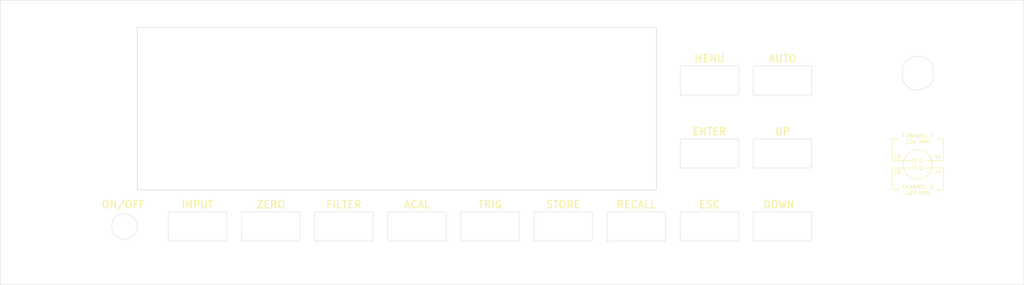
<source format=kicad_pcb>
(kicad_pcb (version 20211014) (generator pcbnew)
  (layers (0 "F.Cu" signal) (31 "B.Cu" signal) (34 "B.Paste" user) (35 "F.Paste" user) (36 "B.SilkS" user "B.Silkscreen") (37 "F.SilkS" user "F.Silkscreen") (38 "B.Mask" user) (39 "F.Mask" user) (44 "Edge.Cuts" user))
  (net 0 "")
  (footprint "MountingHole:MountingHole_4.3mm_M4" (layer "F.Cu") (at 10 -10.5)
    (fp_text reference "H1" hide)
    (fp_text value "MountingHole")
    (pad "" np_thru_hole circle locked (at 0 0) (size 4.3 4.3) (drill 4.3) (layers *.Cu *.Mask))
  )
  (footprint "MountingHole:MountingHole_4.3mm_M4" (layer "F.Cu") (at 270 -10.5)
    (fp_text reference "H4" hide)
    (fp_text value "MountingHole")
    (pad "" np_thru_hole circle locked (at 0 0) (size 4.3 4.3) (drill 4.3) (layers *.Cu *.Mask))
  )
  (footprint "MountingHole:MountingHole_3.2mm_M3_DIN965" (layer "F.Cu") (at 26 -70)
    (fp_text reference "H11" hide)
    (fp_text value "MountingHole")
    (pad "" np_thru_hole circle locked (at 0 0) (size 3.2 3.2) (drill 3.2) (layers *.Cu *.Mask))
  )
  (footprint "MountingHole:MountingHole_3.2mm_M3_DIN965" (layer "F.Cu") (at 26 -10)
    (fp_text reference "H9" hide)
    (fp_text value "MountingHole")
    (pad "" np_thru_hole circle locked (at 0 0) (size 3.2 3.2) (drill 3.2) (layers *.Cu *.Mask))
  )
  (footprint "MountingHole:MountingHole_3.2mm_M3_DIN965" (layer "F.Cu") (at 229 -70)
    (fp_text reference "H10" hide)
    (fp_text value "MountingHole")
    (pad "" np_thru_hole circle locked (at 0 0) (size 3.2 3.2) (drill 3.2) (layers *.Cu *.Mask))
  )
  (footprint "MountingHole:MountingHole_3.2mm_M3_DIN965" (layer "F.Cu") (at 229 -10)
    (fp_text reference "H12" hide)
    (fp_text value "MountingHole")
    (pad "" np_thru_hole circle locked (at 0 0) (size 3.2 3.2) (drill 3.2) (layers *.Cu *.Mask))
  )
  (footprint "MountingHole:MountingHole_4.3mm_M4" (layer "F.Cu") (at 10 -67.5)
    (fp_text reference "H2" hide)
    (fp_text value "MountingHole")
    (pad "" np_thru_hole circle locked (at 0 0) (size 4.3 4.3) (drill 4.3) (layers *.Cu *.Mask))
  )
  (footprint "MountingHole:MountingHole_4.3mm_M4" (layer "F.Cu") (at 270 -67.5)
    (fp_text reference "H3" hide)
    (fp_text value "MountingHole")
    (pad "" np_thru_hole circle locked (at 0 0) (size 4.3 4.3) (drill 4.3) (layers *.Cu *.Mask))
  )
  (gr_circle (center 250 -34) (end 250.5 -34) (layer "F.SilkS") (width 0.15) (fill none))
  (gr_circle (center 251 -33) (end 255 -33) (layer "F.SilkS") (width 0.15) (fill none))
  (gr_line (start 249 -32) (end 244 -32) (layer "F.SilkS") (width 0.15))
  (gr_line (start 244 -40) (end 246 -40) (layer "F.SilkS") (width 0.15))
  (gr_line (start 253 -32) (end 258 -32) (layer "F.SilkS") (width 0.15))
  (gr_line (start 258 -40) (end 256 -40) (layer "F.SilkS") (width 0.15))
  (gr_circle (center 252 -34) (end 252.5 -34) (layer "F.SilkS") (width 0.15) (fill none))
  (gr_line (start 244 -32) (end 244 -26) (layer "F.SilkS") (width 0.15))
  (gr_line (start 244 -34) (end 244 -40) (layer "F.SilkS") (width 0.15))
  (gr_circle (center 250 -32) (end 250.5 -32) (layer "F.SilkS") (width 0.15) (fill none))
  (gr_line (start 253 -34) (end 258 -34) (layer "F.SilkS") (width 0.15))
  (gr_line (start 244 -26) (end 246 -26) (layer "F.SilkS") (width 0.15))
  (gr_line (start 249 -34) (end 244 -34) (layer "F.SilkS") (width 0.15))
  (gr_line (start 258 -32) (end 258 -26) (layer "F.SilkS") (width 0.15))
  (gr_line (start 258 -34) (end 258 -40) (layer "F.SilkS") (width 0.15))
  (gr_circle (center 252 -32) (end 252.5 -32) (layer "F.SilkS") (width 0.15) (fill none))
  (gr_line (start 258 -26) (end 256 -26) (layer "F.SilkS") (width 0.15))
  (gr_line (start 280 -78) (end 0 -78) (layer "Edge.Cuts") (width 0.1))
  (gr_rect (start 37.5 -26) (end 179.5 -70.5) (layer "Edge.Cuts") (width 0.15) (fill none))
  (gr_rect (start 186 -12) (end 202 -20) (layer "Edge.Cuts") (width 0.1) (fill none))
  (gr_rect (start 186 -52) (end 202 -60) (layer "Edge.Cuts") (width 0.1) (fill none))
  (gr_rect (start 66 -12) (end 82 -20) (layer "Edge.Cuts") (width 0.1) (fill none))
  (gr_circle (center 34 -16) (end 37.5 -16) (layer "Edge.Cuts") (width 0.1) (fill none))
  (gr_line (start 0 0) (end 280 0) (layer "Edge.Cuts") (width 0.1))
  (gr_rect (start 86 -12) (end 102 -20) (layer "Edge.Cuts") (width 0.1) (fill none))
  (gr_rect (start 126 -12) (end 142 -20) (layer "Edge.Cuts") (width 0.1) (fill none))
  (gr_rect (start 206 -52) (end 222 -60) (layer "Edge.Cuts") (width 0.1) (fill none))
  (gr_arc (start 246.8 -59.9) (mid 251 -62.609772) (end 255.2 -59.9) (layer "Edge.Cuts") (width 0.1))
  (gr_rect (start 186 -32) (end 202 -40) (layer "Edge.Cuts") (width 0.1) (fill none))
  (gr_rect (start 46 -12) (end 62 -20) (layer "Edge.Cuts") (width 0.1) (fill none))
  (gr_rect (start 106 -12) (end 122 -20) (layer "Edge.Cuts") (width 0.1) (fill none))
  (gr_line (start 255.2 -56.1) (end 255.2 -59.9) (layer "Edge.Cuts") (width 0.1))
  (gr_arc (start 255.2 -56.1) (mid 250.972563 -53.402407) (end 246.8 -56.184122) (layer "Edge.Cuts") (width 0.1))
  (gr_line (start 0 -78) (end 0 0) (layer "Edge.Cuts") (width 0.1))
  (gr_rect (start 146 -12) (end 162 -20) (layer "Edge.Cuts") (width 0.1) (fill none))
  (gr_rect (start 166 -12) (end 182 -20) (layer "Edge.Cuts") (width 0.1) (fill none))
  (gr_rect (start 206 -32) (end 222 -40) (layer "Edge.Cuts") (width 0.1) (fill none))
  (gr_line (start 280 0) (end 280 -78) (layer "Edge.Cuts") (width 0.1))
  (gr_rect (start 206 -12) (end 222 -20) (layer "Edge.Cuts") (width 0.1) (fill none))
  (gr_line (start 246.8 -56.184122) (end 246.8 -59.9) (layer "Edge.Cuts") (width 0.1))
  (gr_text "INPUT" (at 54 -22) (layer "F.SilkS") (effects (font (size 2 2) (thickness 0.3))))
  (gr_text "HI" (at 256.5 -31) (layer "F.SilkS") (effects (font (size 1 1))))
  (gr_text "ZERO" (at 74 -22) (layer "F.SilkS") (effects (font (size 2 2) (thickness 0.3))))
  (gr_text "ESC" (at 194 -22) (layer "F.SilkS") (effects (font (size 2 2) (thickness 0.3))))
  (gr_text "FILTER" (at 94 -22) (layer "F.SilkS") (effects (font (size 2 2) (thickness 0.3))))
  (gr_text "AUTO" (at 214 -62) (layer "F.SilkS") (effects (font (size 2 2) (thickness 0.3))))
  (gr_text "RECALL" (at 174 -22) (layer "F.SilkS") (effects (font (size 2 2) (thickness 0.3))))
  (gr_text "CHANNEL 2\n12V MAX" (at 251 -26) (layer "F.SilkS") (effects (font (size 1 1))))
  (gr_text "LO" (at 245.5 -35) (layer "F.SilkS") (effects (font (size 1 1))))
  (gr_text "LO" (at 245.5 -31) (layer "F.SilkS") (effects (font (size 1 1))))
  (gr_text "ACAL" (at 114 -22) (layer "F.SilkS") (effects (font (size 2 2) (thickness 0.3))))
  (gr_text "DOWN" (at 213 -22) (layer "F.SilkS") (effects (font (size 2 2) (thickness 0.3))))
  (gr_text "UP" (at 214 -42) (layer "F.SilkS") (effects (font (size 2 2) (thickness 0.3))))
  (gr_text "CHANNEL 1\n12V MAX" (at 251 -40) (layer "F.SilkS") (effects (font (size 1 1))))
  (gr_text "STORE" (at 154 -22) (layer "F.SilkS") (effects (font (size 2 2) (thickness 0.3))))
  (gr_text "TRIG" (at 134 -22) (layer "F.SilkS") (effects (font (size 2 2) (thickness 0.3))))
  (gr_text "MENU" (at 194 -62) (layer "F.SilkS") (effects (font (size 2 2) (thickness 0.3))))
  (gr_text "ENTER" (at 194 -42) (layer "F.SilkS") (effects (font (size 2 2) (thickness 0.3))))
  (gr_text "ON/OFF" (at 33.7 -22) (layer "F.SilkS") (effects (font (size 2 2) (thickness 0.3))))
  (gr_text "HI" (at 256.5 -35) (layer "F.SilkS") (effects (font (size 1 1))))
)
</source>
